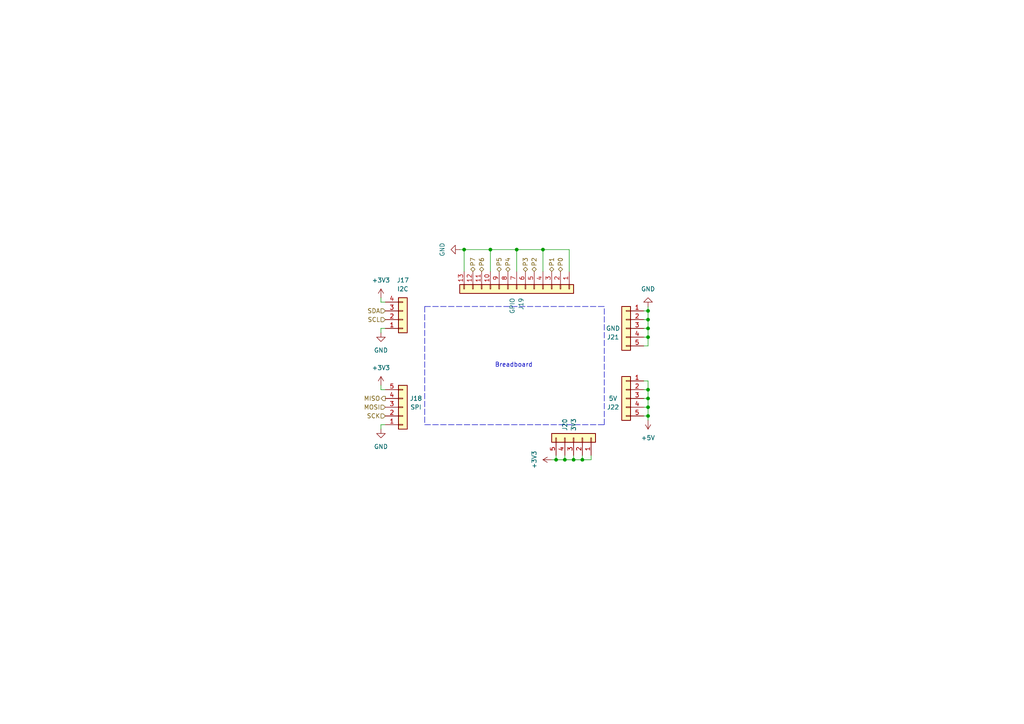
<source format=kicad_sch>
(kicad_sch (version 20211123) (generator eeschema)
  (paper "A4")
  (lib_symbols
    (symbol "Connector_Generic:Conn_01x04" (pin_names (offset 1.016) hide)
      (property "Reference" "J" (at 0 5.08 0))
      (property "Value" "Conn_01x04" (at 0 -7.62 0))
      (symbol "Conn_01x04_1_1"
        (rectangle (start -1.27 -4.953) (end 0 -5.207) (stroke (width 0.1524)))
        (rectangle (start -1.27 -2.413) (end 0 -2.667) (stroke (width 0.1524)))
        (rectangle (start -1.27 0.127) (end 0 -0.127) (stroke (width 0.1524)))
        (rectangle (start -1.27 2.667) (end 0 2.413) (stroke (width 0.1524)))
        (rectangle (start -1.27 3.81) (end 1.27 -6.35) (stroke (width 0.254)) (fill (type background)))
        (pin passive line (at -5.08 2.54 0) (length 3.81) (name "Pin_1") (number "1"))
        (pin passive line (at -5.08 0 0) (length 3.81) (name "Pin_2") (number "2"))
        (pin passive line (at -5.08 -2.54 0) (length 3.81) (name "Pin_3") (number "3"))
        (pin passive line (at -5.08 -5.08 0) (length 3.81) (name "Pin_4") (number "4"))
      )
    )
    (symbol "Connector_Generic:Conn_01x05" (pin_names (offset 1.016) hide)
      (property "Reference" "J" (at 0 7.62 0))
      (property "Value" "Conn_01x05" (at 0 -7.62 0))
      (symbol "Conn_01x05_1_1"
        (rectangle (start -1.27 -4.953) (end 0 -5.207) (stroke (width 0.1524)))
        (rectangle (start -1.27 -2.413) (end 0 -2.667) (stroke (width 0.1524)))
        (rectangle (start -1.27 0.127) (end 0 -0.127) (stroke (width 0.1524)))
        (rectangle (start -1.27 2.667) (end 0 2.413) (stroke (width 0.1524)))
        (rectangle (start -1.27 5.207) (end 0 4.953) (stroke (width 0.1524)))
        (rectangle (start -1.27 6.35) (end 1.27 -6.35) (stroke (width 0.254)) (fill (type background)))
        (pin passive line (at -5.08 5.08 0) (length 3.81) (name "Pin_1") (number "1"))
        (pin passive line (at -5.08 2.54 0) (length 3.81) (name "Pin_2") (number "2"))
        (pin passive line (at -5.08 0 0) (length 3.81) (name "Pin_3") (number "3"))
        (pin passive line (at -5.08 -2.54 0) (length 3.81) (name "Pin_4") (number "4"))
        (pin passive line (at -5.08 -5.08 0) (length 3.81) (name "Pin_5") (number "5"))
      )
    )
    (symbol "Connector_Generic:Conn_01x13" (pin_names (offset 1.016) hide)
      (property "Reference" "J" (at 0 17.78 0))
      (property "Value" "Conn_01x13" (at 0 -17.78 0))
      (symbol "Conn_01x13_1_1"
        (rectangle (start -1.27 -15.113) (end 0 -15.367) (stroke (width 0.1524)))
        (rectangle (start -1.27 -12.573) (end 0 -12.827) (stroke (width 0.1524)))
        (rectangle (start -1.27 -10.033) (end 0 -10.287) (stroke (width 0.1524)))
        (rectangle (start -1.27 -7.493) (end 0 -7.747) (stroke (width 0.1524)))
        (rectangle (start -1.27 -4.953) (end 0 -5.207) (stroke (width 0.1524)))
        (rectangle (start -1.27 -2.413) (end 0 -2.667) (stroke (width 0.1524)))
        (rectangle (start -1.27 0.127) (end 0 -0.127) (stroke (width 0.1524)))
        (rectangle (start -1.27 2.667) (end 0 2.413) (stroke (width 0.1524)))
        (rectangle (start -1.27 5.207) (end 0 4.953) (stroke (width 0.1524)))
        (rectangle (start -1.27 7.747) (end 0 7.493) (stroke (width 0.1524)))
        (rectangle (start -1.27 10.287) (end 0 10.033) (stroke (width 0.1524)))
        (rectangle (start -1.27 12.827) (end 0 12.573) (stroke (width 0.1524)))
        (rectangle (start -1.27 15.367) (end 0 15.113) (stroke (width 0.1524)))
        (rectangle (start -1.27 16.51) (end 1.27 -16.51) (stroke (width 0.254)) (fill (type background)))
        (pin passive line (at -5.08 15.24 0) (length 3.81) (name "Pin_1") (number "1"))
        (pin passive line (at -5.08 -7.62 0) (length 3.81) (name "Pin_10") (number "10"))
        (pin passive line (at -5.08 -10.16 0) (length 3.81) (name "Pin_11") (number "11"))
        (pin passive line (at -5.08 -12.7 0) (length 3.81) (name "Pin_12") (number "12"))
        (pin passive line (at -5.08 -15.24 0) (length 3.81) (name "Pin_13") (number "13"))
        (pin passive line (at -5.08 12.7 0) (length 3.81) (name "Pin_2") (number "2"))
        (pin passive line (at -5.08 10.16 0) (length 3.81) (name "Pin_3") (number "3"))
        (pin passive line (at -5.08 7.62 0) (length 3.81) (name "Pin_4") (number "4"))
        (pin passive line (at -5.08 5.08 0) (length 3.81) (name "Pin_5") (number "5"))
        (pin passive line (at -5.08 2.54 0) (length 3.81) (name "Pin_6") (number "6"))
        (pin passive line (at -5.08 0 0) (length 3.81) (name "Pin_7") (number "7"))
        (pin passive line (at -5.08 -2.54 0) (length 3.81) (name "Pin_8") (number "8"))
        (pin passive line (at -5.08 -5.08 0) (length 3.81) (name "Pin_9") (number "9"))
      )
    )
    (symbol "power:+3V3" (power) (pin_names (offset 0))
      (property "Value" "+3V3" (at 0 3.556 0))
      (symbol "+3V3_0_1"
        (polyline (pts (xy -0.762 1.27) (xy 0 2.54)))
        (polyline (pts (xy 0 0) (xy 0 2.54)))
        (polyline (pts (xy 0 2.54) (xy 0.762 1.27)))
      )
      (symbol "+3V3_1_1"
        (pin power_in line (at 0 0 90) (length 0) hide (name "+3V3") (number "1"))
      )
    )
    (symbol "power:+5V" (power) (pin_names (offset 0))
      (property "Value" "+5V" (at 0 3.556 0))
      (symbol "+5V_0_1"
        (polyline (pts (xy -0.762 1.27) (xy 0 2.54)))
        (polyline (pts (xy 0 0) (xy 0 2.54)))
        (polyline (pts (xy 0 2.54) (xy 0.762 1.27)))
      )
      (symbol "+5V_1_1"
        (pin power_in line (at 0 0 90) (length 0) hide (name "+5V") (number "1"))
      )
    )
    (symbol "power:GND" (power) (pin_names (offset 0))
      (property "Value" "GND" (at 0 -3.81 0))
      (symbol "GND_0_1"
        (polyline (pts (xy 0 0) (xy 0 -1.27) (xy 1.27 -1.27) (xy 0 -2.54) (xy -1.27 -1.27) (xy 0 -1.27)))
      )
      (symbol "GND_1_1"
        (pin power_in line (at 0 0 270) (length 0) hide (name "GND") (number "1"))
      )
    )
  )
  (junction (at 187.96 113.03))
  (junction (at 157.48 72.39))
  (junction (at 187.96 115.57))
  (junction (at 187.96 92.71))
  (junction (at 187.96 95.25))
  (junction (at 187.96 90.17))
  (junction (at 166.37 133.35))
  (junction (at 187.96 120.65))
  (junction (at 142.24 72.39))
  (junction (at 187.96 118.11))
  (junction (at 134.62 72.39))
  (junction (at 187.96 97.79))
  (junction (at 161.29 133.35))
  (junction (at 163.83 133.35))
  (junction (at 168.91 133.35))
  (junction (at 149.86 72.39))
  (wire (pts (xy 157.48 72.39) (xy 149.86 72.39)))
  (wire (pts (xy 142.24 78.74) (xy 142.24 72.39)))
  (wire (pts (xy 186.69 100.33) (xy 187.96 100.33)))
  (wire (pts (xy 168.91 133.35) (xy 168.91 132.08)))
  (wire (pts (xy 187.96 120.65) (xy 186.69 120.65)))
  (wire (pts (xy 168.91 133.35) (xy 171.45 133.35)))
  (wire (pts (xy 171.45 133.35) (xy 171.45 132.08)))
  (wire (pts (xy 187.96 110.49) (xy 186.69 110.49)))
  (wire (pts (xy 111.76 95.25) (xy 110.49 95.25)))
  (wire (pts (xy 187.96 115.57) (xy 186.69 115.57)))
  (wire (pts (xy 187.96 92.71) (xy 187.96 90.17)))
  (wire (pts (xy 187.96 118.11) (xy 186.69 118.11)))
  (polyline (pts (xy 123.19 88.9) (xy 175.26 88.9)))
  (wire (pts (xy 187.96 121.92) (xy 187.96 120.65)))
  (wire (pts (xy 187.96 97.79) (xy 187.96 95.25)))
  (wire (pts (xy 163.83 133.35) (xy 166.37 133.35)))
  (wire (pts (xy 134.62 72.39) (xy 133.35 72.39)))
  (wire (pts (xy 187.96 115.57) (xy 187.96 113.03)))
  (wire (pts (xy 149.86 72.39) (xy 142.24 72.39)))
  (wire (pts (xy 187.96 92.71) (xy 186.69 92.71)))
  (wire (pts (xy 149.86 78.74) (xy 149.86 72.39)))
  (wire (pts (xy 187.96 95.25) (xy 187.96 92.71)))
  (wire (pts (xy 187.96 113.03) (xy 187.96 110.49)))
  (wire (pts (xy 187.96 90.17) (xy 187.96 88.9)))
  (wire (pts (xy 163.83 133.35) (xy 163.83 132.08)))
  (wire (pts (xy 110.49 124.46) (xy 110.49 123.19)))
  (wire (pts (xy 187.96 100.33) (xy 187.96 97.79)))
  (wire (pts (xy 161.29 133.35) (xy 161.29 132.08)))
  (polyline (pts (xy 123.19 123.19) (xy 175.26 123.19)))
  (wire (pts (xy 134.62 78.74) (xy 134.62 72.39)))
  (wire (pts (xy 157.48 72.39) (xy 165.1 72.39)))
  (wire (pts (xy 187.96 95.25) (xy 186.69 95.25)))
  (wire (pts (xy 187.96 118.11) (xy 187.96 115.57)))
  (polyline (pts (xy 175.26 123.19) (xy 175.26 88.9)))
  (wire (pts (xy 187.96 120.65) (xy 187.96 118.11)))
  (wire (pts (xy 110.49 87.63) (xy 111.76 87.63)))
  (wire (pts (xy 142.24 72.39) (xy 134.62 72.39)))
  (wire (pts (xy 110.49 95.25) (xy 110.49 96.52)))
  (wire (pts (xy 187.96 97.79) (xy 186.69 97.79)))
  (wire (pts (xy 166.37 133.35) (xy 168.91 133.35)))
  (wire (pts (xy 110.49 86.36) (xy 110.49 87.63)))
  (polyline (pts (xy 123.19 88.9) (xy 123.19 123.19)))
  (wire (pts (xy 110.49 123.19) (xy 111.76 123.19)))
  (wire (pts (xy 187.96 90.17) (xy 186.69 90.17)))
  (wire (pts (xy 157.48 78.74) (xy 157.48 72.39)))
  (wire (pts (xy 187.96 113.03) (xy 186.69 113.03)))
  (wire (pts (xy 110.49 113.03) (xy 111.76 113.03)))
  (wire (pts (xy 165.1 78.74) (xy 165.1 72.39)))
  (wire (pts (xy 160.02 133.35) (xy 161.29 133.35)))
  (wire (pts (xy 161.29 133.35) (xy 163.83 133.35)))
  (wire (pts (xy 110.49 111.76) (xy 110.49 113.03)))
  (wire (pts (xy 166.37 133.35) (xy 166.37 132.08)))
  (text "Breadboard" (at 143.51 106.68 0) (effects (font (size 1.27 1.27)) (justify left bottom)))
  (hierarchical_label "P7" (shape bidirectional) (at 137.16 78.74 90))
  (hierarchical_label "P1" (shape bidirectional) (at 160.02 78.74 90))
  (hierarchical_label "P6" (shape bidirectional) (at 139.7 78.74 90))
  (hierarchical_label "P0" (shape bidirectional) (at 162.56 78.74 90))
  (hierarchical_label "P5" (shape bidirectional) (at 144.78 78.74 90))
  (hierarchical_label "MOSI" (shape input) (at 111.76 118.11 180))
  (hierarchical_label "P3" (shape bidirectional) (at 152.4 78.74 90))
  (hierarchical_label "SCK" (shape input) (at 111.76 120.65 180))
  (hierarchical_label "P2" (shape bidirectional) (at 154.94 78.74 90))
  (hierarchical_label "MISO" (shape output) (at 111.76 115.57 180))
  (hierarchical_label "SCL" (shape input) (at 111.76 92.71 180))
  (hierarchical_label "SDA" (shape input) (at 111.76 90.17 180))
  (hierarchical_label "P4" (shape bidirectional) (at 147.32 78.74 90))
  (symbol (lib_id "power:GND") (at 110.49 124.46 0) (unit 1)
    (property "Reference" "#PWR072" (effects hide))
    (property "Value" "GND" (at 110.49 129.54 0))
  )
  (symbol (lib_id "power:GND") (at 110.49 96.52 0) (unit 1)
    (property "Reference" "#PWR070" (effects hide))
    (property "Value" "GND" (at 110.49 101.6 0))
  )
  (symbol (lib_id "Connector_Generic:Conn_01x04") (at 116.84 92.71 0) (mirror x) (unit 1)
    (property "Reference" "J17" (at 116.84 81.28 0))
    (property "Value" "I2C" (at 116.84 83.82 0))
    (property "Footprint" "Connector_PinHeader_2.54mm:PinHeader_1x04_P2.54mm_Vertical" (effects hide))
  )
  (symbol (lib_id "power:GND") (at 187.96 88.9 180) (unit 1)
    (property "Reference" "#PWR075" (effects hide))
    (property "Value" "GND" (at 187.96 83.82 0))
  )
  (symbol (lib_id "power:GND") (at 133.35 72.39 270) (unit 1)
    (property "Reference" "#PWR073" (effects hide))
    (property "Value" "GND" (at 128.27 72.39 0))
  )
  (symbol (lib_id "Connector_Generic:Conn_01x05") (at 166.37 127 270) (mirror x) (unit 1)
    (property "Reference" "J20" (at 163.83 123.19 0))
    (property "Value" "3V3" (at 166.37 123.19 0))
    (property "Footprint" "Connector_PinHeader_2.54mm:PinHeader_1x05_P2.54mm_Vertical" (effects hide))
  )
  (symbol (lib_id "power:+3V3") (at 110.49 86.36 0) (unit 1)
    (property "Reference" "#PWR069" (effects hide))
    (property "Value" "+3V3" (at 110.49 81.28 0))
  )
  (symbol (lib_id "Connector_Generic:Conn_01x05") (at 181.61 95.25 0) (mirror y) (unit 1)
    (property "Reference" "J21" (at 177.8 97.79 0))
    (property "Value" "GND" (at 177.8 95.25 0))
    (property "Footprint" "Connector_PinHeader_2.54mm:PinHeader_1x05_P2.54mm_Vertical" (effects hide))
  )
  (symbol (lib_id "power:+3V3") (at 160.02 133.35 90) (unit 1)
    (property "Reference" "#PWR074" (effects hide))
    (property "Value" "+3V3" (at 154.94 133.35 0))
  )
  (symbol (lib_id "Connector_Generic:Conn_01x13") (at 149.86 83.82 270) (unit 1)
    (property "Reference" "J19" (at 151.1301 86.36 0) (effects (justify left)))
    (property "Value" "GPIO" (at 148.5901 86.36 0) (effects (justify left)))
    (property "Footprint" "Connector_PinHeader_2.54mm:PinHeader_1x13_P2.54mm_Vertical" (effects hide))
  )
  (symbol (lib_id "Connector_Generic:Conn_01x05") (at 181.61 115.57 0) (mirror y) (unit 1)
    (property "Reference" "J22" (at 177.8 118.11 0))
    (property "Value" "5V" (at 177.8 115.57 0))
    (property "Footprint" "Connector_PinHeader_2.54mm:PinHeader_1x05_P2.54mm_Vertical" (effects hide))
  )
  (symbol (lib_id "power:+3V3") (at 110.49 111.76 0) (unit 1)
    (property "Reference" "#PWR071" (effects hide))
    (property "Value" "+3V3" (at 110.49 106.68 0))
  )
  (symbol (lib_id "Connector_Generic:Conn_01x05") (at 116.84 118.11 0) (mirror x) (unit 1)
    (property "Reference" "J18" (at 120.65 115.57 0))
    (property "Value" "SPI" (at 120.65 118.11 0))
    (property "Footprint" "Connector_PinHeader_2.54mm:PinHeader_1x05_P2.54mm_Vertical" (effects hide))
  )
  (symbol (lib_id "power:+5V") (at 187.96 121.92 180) (unit 1)
    (property "Reference" "#PWR076" (effects hide))
    (property "Value" "+5V" (at 187.96 127 0))
  )
)
</source>
